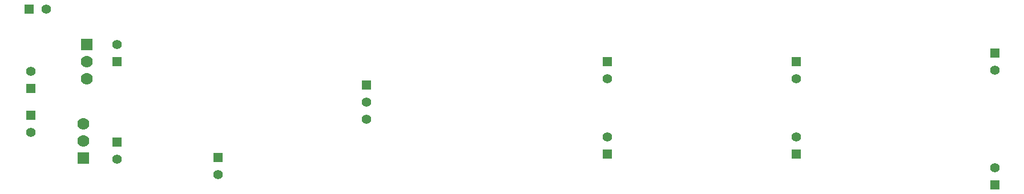
<source format=gbs>
G04 (created by PCBNEW (2013-may-18)-stable) date 2014年01月31日 星期五 10时06分07秒*
%MOIN*%
G04 Gerber Fmt 3.4, Leading zero omitted, Abs format*
%FSLAX34Y34*%
G01*
G70*
G90*
G04 APERTURE LIST*
%ADD10C,0.00590551*%
%ADD11R,0.055X0.055*%
%ADD12C,0.055*%
%ADD13C,0.07*%
%ADD14R,0.07X0.07*%
G04 APERTURE END LIST*
G54D10*
G54D11*
X37696Y-52149D03*
G54D12*
X37696Y-53149D03*
X37696Y-54149D03*
G54D11*
X62795Y-50779D03*
G54D12*
X62795Y-51779D03*
G54D11*
X18003Y-47736D03*
G54D12*
X19003Y-47736D03*
G54D11*
X51771Y-50779D03*
G54D12*
X51771Y-51779D03*
G54D11*
X74409Y-57980D03*
G54D12*
X74409Y-56980D03*
G54D11*
X74409Y-50287D03*
G54D12*
X74409Y-51287D03*
G54D11*
X29035Y-56389D03*
G54D12*
X29035Y-57389D03*
G54D11*
X23129Y-50795D03*
G54D12*
X23129Y-49795D03*
G54D11*
X23129Y-55503D03*
G54D12*
X23129Y-56503D03*
G54D11*
X18110Y-52370D03*
G54D12*
X18110Y-51370D03*
G54D11*
X18110Y-53929D03*
G54D12*
X18110Y-54929D03*
G54D11*
X62795Y-56208D03*
G54D12*
X62795Y-55208D03*
G54D11*
X51771Y-56208D03*
G54D12*
X51771Y-55208D03*
G54D13*
X21161Y-54413D03*
X21161Y-55413D03*
G54D14*
X21161Y-56413D03*
G54D13*
X21358Y-51787D03*
X21358Y-50787D03*
G54D14*
X21358Y-49787D03*
M02*

</source>
